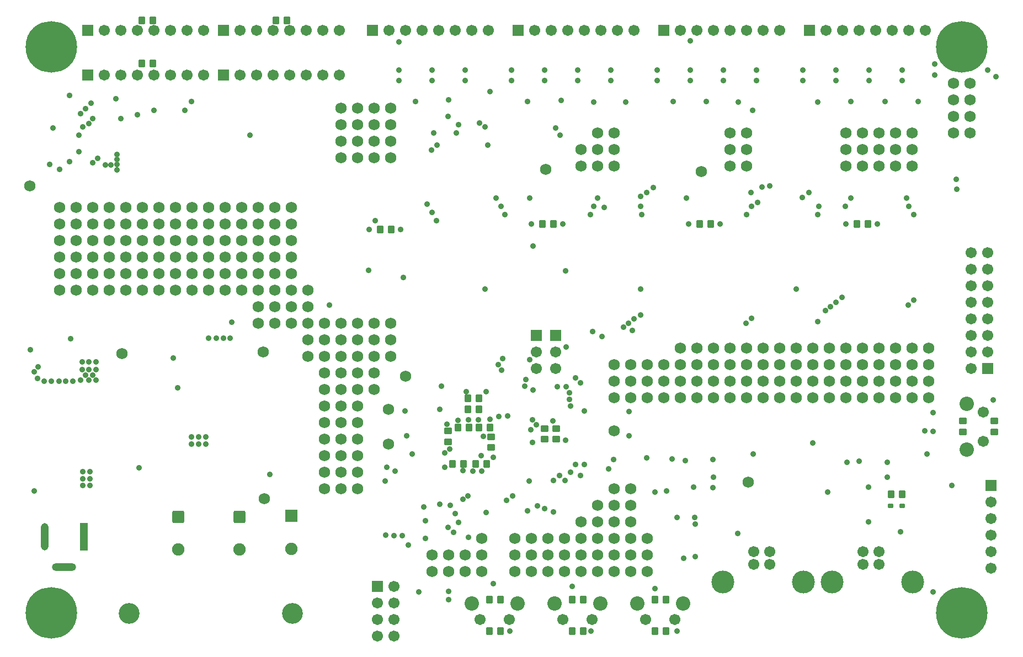
<source format=gbs>
G04 Layer_Color=16711935*
%FSLAX23Y23*%
%MOIN*%
G70*
G01*
G75*
G04:AMPARAMS|DCode=81|XSize=47mil|YSize=43mil|CornerRadius=8mil|HoleSize=0mil|Usage=FLASHONLY|Rotation=270.000|XOffset=0mil|YOffset=0mil|HoleType=Round|Shape=RoundedRectangle|*
%AMROUNDEDRECTD81*
21,1,0.047,0.027,0,0,270.0*
21,1,0.031,0.043,0,0,270.0*
1,1,0.017,-0.013,-0.015*
1,1,0.017,-0.013,0.015*
1,1,0.017,0.013,0.015*
1,1,0.017,0.013,-0.015*
%
%ADD81ROUNDEDRECTD81*%
G04:AMPARAMS|DCode=82|XSize=47mil|YSize=43mil|CornerRadius=8mil|HoleSize=0mil|Usage=FLASHONLY|Rotation=180.000|XOffset=0mil|YOffset=0mil|HoleType=Round|Shape=RoundedRectangle|*
%AMROUNDEDRECTD82*
21,1,0.047,0.027,0,0,180.0*
21,1,0.031,0.043,0,0,180.0*
1,1,0.017,-0.015,0.013*
1,1,0.017,0.015,0.013*
1,1,0.017,0.015,-0.013*
1,1,0.017,-0.015,-0.013*
%
%ADD82ROUNDEDRECTD82*%
G04:AMPARAMS|DCode=84|XSize=34mil|YSize=28mil|CornerRadius=6mil|HoleSize=0mil|Usage=FLASHONLY|Rotation=180.000|XOffset=0mil|YOffset=0mil|HoleType=Round|Shape=RoundedRectangle|*
%AMROUNDEDRECTD84*
21,1,0.034,0.016,0,0,180.0*
21,1,0.022,0.028,0,0,180.0*
1,1,0.012,-0.011,0.008*
1,1,0.012,0.011,0.008*
1,1,0.012,0.011,-0.008*
1,1,0.012,-0.011,-0.008*
%
%ADD84ROUNDEDRECTD84*%
%ADD102C,0.068*%
%ADD103C,0.067*%
%ADD104R,0.067X0.067*%
%ADD105C,0.087*%
%ADD106R,0.047X0.165*%
%ADD107O,0.047X0.165*%
%ADD108O,0.146X0.047*%
%ADD109R,0.067X0.067*%
%ADD110C,0.138*%
%ADD111C,0.126*%
%ADD112C,0.075*%
%ADD113R,0.075X0.075*%
G04:AMPARAMS|DCode=114|XSize=75mil|YSize=75mil|CornerRadius=12mil|HoleSize=0mil|Usage=FLASHONLY|Rotation=270.000|XOffset=0mil|YOffset=0mil|HoleType=Round|Shape=RoundedRectangle|*
%AMROUNDEDRECTD114*
21,1,0.075,0.050,0,0,270.0*
21,1,0.050,0.075,0,0,270.0*
1,1,0.025,-0.025,-0.025*
1,1,0.025,-0.025,0.025*
1,1,0.025,0.025,0.025*
1,1,0.025,0.025,-0.025*
%
%ADD114ROUNDEDRECTD114*%
%ADD115C,0.075*%
%ADD116C,0.311*%
%ADD117C,0.036*%
D81*
X3963Y140D02*
D03*
X3896D02*
D03*
X3463D02*
D03*
X3396D02*
D03*
X2963D02*
D03*
X2896D02*
D03*
X3963Y330D02*
D03*
X3896D02*
D03*
X3463D02*
D03*
X3396D02*
D03*
X2963D02*
D03*
X2896D02*
D03*
X5322Y965D02*
D03*
X5388D02*
D03*
X2767Y1545D02*
D03*
X2833D02*
D03*
X2237Y2565D02*
D03*
X2303D02*
D03*
X3217Y2600D02*
D03*
X3283D02*
D03*
X4167D02*
D03*
X4233D02*
D03*
X5117D02*
D03*
X5183D02*
D03*
X2767Y1480D02*
D03*
X2833D02*
D03*
X2672Y1150D02*
D03*
X2738D02*
D03*
X2878D02*
D03*
X2812D02*
D03*
X2773Y1370D02*
D03*
X2707D02*
D03*
X2832D02*
D03*
X2898D02*
D03*
X863Y3830D02*
D03*
X797D02*
D03*
X863Y3570D02*
D03*
X797D02*
D03*
X1673Y3830D02*
D03*
X1607D02*
D03*
D82*
X5945Y1408D02*
D03*
Y1341D02*
D03*
X5755Y1408D02*
D03*
Y1341D02*
D03*
X2905Y1247D02*
D03*
Y1313D02*
D03*
X2645Y1282D02*
D03*
Y1348D02*
D03*
X3300Y1297D02*
D03*
Y1363D02*
D03*
X3230Y1297D02*
D03*
Y1363D02*
D03*
D84*
X5320Y895D02*
D03*
X5390D02*
D03*
D102*
X120Y2830D02*
D03*
X2285Y1270D02*
D03*
X1530Y1825D02*
D03*
X675Y1815D02*
D03*
X1535Y940D02*
D03*
X4175Y2915D02*
D03*
X4460Y1040D02*
D03*
X2390Y1680D02*
D03*
X2285Y1480D02*
D03*
X3235Y2930D02*
D03*
X3650Y1350D02*
D03*
X300Y2700D02*
D03*
Y2600D02*
D03*
Y2500D02*
D03*
Y2400D02*
D03*
Y2300D02*
D03*
Y2200D02*
D03*
X400D02*
D03*
Y2300D02*
D03*
Y2400D02*
D03*
Y2500D02*
D03*
Y2600D02*
D03*
Y2700D02*
D03*
X500Y2200D02*
D03*
Y2300D02*
D03*
Y2400D02*
D03*
Y2500D02*
D03*
Y2600D02*
D03*
Y2700D02*
D03*
X600Y2200D02*
D03*
Y2300D02*
D03*
Y2400D02*
D03*
Y2500D02*
D03*
Y2600D02*
D03*
Y2700D02*
D03*
X700Y2200D02*
D03*
Y2300D02*
D03*
Y2400D02*
D03*
Y2500D02*
D03*
Y2600D02*
D03*
Y2700D02*
D03*
X800Y2200D02*
D03*
Y2300D02*
D03*
Y2400D02*
D03*
Y2500D02*
D03*
Y2600D02*
D03*
Y2700D02*
D03*
X900Y2200D02*
D03*
Y2300D02*
D03*
Y2400D02*
D03*
Y2500D02*
D03*
Y2600D02*
D03*
Y2700D02*
D03*
X1000Y2200D02*
D03*
Y2300D02*
D03*
Y2400D02*
D03*
Y2500D02*
D03*
Y2600D02*
D03*
Y2700D02*
D03*
X1100Y2200D02*
D03*
Y2300D02*
D03*
Y2400D02*
D03*
Y2500D02*
D03*
Y2600D02*
D03*
Y2700D02*
D03*
X1200Y2200D02*
D03*
Y2300D02*
D03*
Y2400D02*
D03*
Y2500D02*
D03*
Y2600D02*
D03*
Y2700D02*
D03*
X1300Y2200D02*
D03*
Y2300D02*
D03*
Y2400D02*
D03*
Y2500D02*
D03*
Y2600D02*
D03*
Y2700D02*
D03*
X1400Y2200D02*
D03*
Y2300D02*
D03*
Y2400D02*
D03*
Y2500D02*
D03*
Y2600D02*
D03*
Y2700D02*
D03*
X1500Y2200D02*
D03*
Y2300D02*
D03*
Y2400D02*
D03*
Y2500D02*
D03*
Y2600D02*
D03*
Y2700D02*
D03*
X1600Y2200D02*
D03*
Y2300D02*
D03*
Y2400D02*
D03*
Y2500D02*
D03*
Y2600D02*
D03*
Y2700D02*
D03*
X1700Y2200D02*
D03*
Y2300D02*
D03*
Y2400D02*
D03*
Y2500D02*
D03*
Y2600D02*
D03*
Y2700D02*
D03*
X2000Y3300D02*
D03*
X2100D02*
D03*
X2000Y3200D02*
D03*
X2100D02*
D03*
Y3100D02*
D03*
X2000D02*
D03*
X2200Y3300D02*
D03*
Y3200D02*
D03*
Y3100D02*
D03*
X2000Y3000D02*
D03*
X2100D02*
D03*
X2200D02*
D03*
X2300Y3300D02*
D03*
Y3200D02*
D03*
Y3100D02*
D03*
Y3000D02*
D03*
X3450Y3050D02*
D03*
Y2950D02*
D03*
X3550D02*
D03*
Y3050D02*
D03*
Y3150D02*
D03*
X3650D02*
D03*
Y3050D02*
D03*
Y2950D02*
D03*
X4350Y3150D02*
D03*
Y3050D02*
D03*
Y2950D02*
D03*
X4450D02*
D03*
Y3050D02*
D03*
Y3150D02*
D03*
X5150D02*
D03*
X5250D02*
D03*
X5350D02*
D03*
X5450D02*
D03*
Y3050D02*
D03*
X5350D02*
D03*
X5250D02*
D03*
X5150D02*
D03*
Y2950D02*
D03*
X5250D02*
D03*
X5350D02*
D03*
X5450D02*
D03*
X3650Y1750D02*
D03*
Y1650D02*
D03*
Y1550D02*
D03*
X3750D02*
D03*
Y1650D02*
D03*
Y1750D02*
D03*
X3850Y1550D02*
D03*
Y1650D02*
D03*
Y1750D02*
D03*
X3950Y1550D02*
D03*
Y1650D02*
D03*
Y1750D02*
D03*
X4050Y1550D02*
D03*
Y1650D02*
D03*
Y1750D02*
D03*
X4150Y1550D02*
D03*
Y1650D02*
D03*
Y1750D02*
D03*
X4250Y1550D02*
D03*
Y1650D02*
D03*
Y1750D02*
D03*
X4350Y1550D02*
D03*
Y1650D02*
D03*
Y1750D02*
D03*
X4750D02*
D03*
Y1650D02*
D03*
Y1550D02*
D03*
X4650Y1750D02*
D03*
Y1650D02*
D03*
Y1550D02*
D03*
X4550Y1750D02*
D03*
Y1650D02*
D03*
Y1550D02*
D03*
X4450Y1750D02*
D03*
Y1650D02*
D03*
Y1550D02*
D03*
X5150Y1750D02*
D03*
Y1650D02*
D03*
Y1550D02*
D03*
X5050Y1750D02*
D03*
Y1650D02*
D03*
Y1550D02*
D03*
X4950Y1750D02*
D03*
Y1650D02*
D03*
Y1550D02*
D03*
X4850Y1750D02*
D03*
Y1650D02*
D03*
Y1550D02*
D03*
X5550Y1750D02*
D03*
Y1650D02*
D03*
X5450Y1750D02*
D03*
Y1650D02*
D03*
Y1550D02*
D03*
X5350Y1750D02*
D03*
Y1650D02*
D03*
Y1550D02*
D03*
X5250Y1750D02*
D03*
Y1650D02*
D03*
Y1550D02*
D03*
Y1850D02*
D03*
X5350D02*
D03*
X5450D02*
D03*
X5550D02*
D03*
X4850D02*
D03*
X4950D02*
D03*
X5050D02*
D03*
X5150D02*
D03*
X4450D02*
D03*
X4550D02*
D03*
X4650D02*
D03*
X4750D02*
D03*
X4350D02*
D03*
X4250D02*
D03*
X4150D02*
D03*
X4050D02*
D03*
X1500Y2100D02*
D03*
Y2000D02*
D03*
X1600D02*
D03*
Y2100D02*
D03*
X1700D02*
D03*
Y2000D02*
D03*
X1800D02*
D03*
Y2100D02*
D03*
Y2200D02*
D03*
Y1900D02*
D03*
Y1800D02*
D03*
X1900D02*
D03*
Y1900D02*
D03*
Y2000D02*
D03*
X2000D02*
D03*
Y1900D02*
D03*
Y1800D02*
D03*
X2100D02*
D03*
Y1900D02*
D03*
Y2000D02*
D03*
X2200Y1800D02*
D03*
Y1900D02*
D03*
Y2000D02*
D03*
X2300Y1800D02*
D03*
Y1900D02*
D03*
Y2000D02*
D03*
X2200Y1700D02*
D03*
Y1600D02*
D03*
X2100Y1700D02*
D03*
Y1600D02*
D03*
X2000Y1700D02*
D03*
Y1600D02*
D03*
X1900Y1700D02*
D03*
Y1600D02*
D03*
Y1500D02*
D03*
Y1400D02*
D03*
X2000Y1500D02*
D03*
Y1400D02*
D03*
Y1300D02*
D03*
Y1200D02*
D03*
X1900Y1300D02*
D03*
Y1200D02*
D03*
X2100Y1300D02*
D03*
Y1200D02*
D03*
Y1100D02*
D03*
Y1000D02*
D03*
X2000Y1100D02*
D03*
Y1000D02*
D03*
X1900Y1100D02*
D03*
Y1000D02*
D03*
X2100Y1500D02*
D03*
Y1400D02*
D03*
X2550Y600D02*
D03*
Y500D02*
D03*
X2650D02*
D03*
Y600D02*
D03*
X2750D02*
D03*
Y500D02*
D03*
X2850D02*
D03*
Y600D02*
D03*
X3050D02*
D03*
Y500D02*
D03*
Y700D02*
D03*
X3150D02*
D03*
Y500D02*
D03*
Y600D02*
D03*
X3250Y700D02*
D03*
Y500D02*
D03*
Y600D02*
D03*
X3350Y700D02*
D03*
Y500D02*
D03*
Y600D02*
D03*
X3450Y700D02*
D03*
Y500D02*
D03*
Y600D02*
D03*
X3550Y700D02*
D03*
Y500D02*
D03*
Y600D02*
D03*
X3650Y700D02*
D03*
Y500D02*
D03*
Y600D02*
D03*
X3750Y700D02*
D03*
Y500D02*
D03*
Y600D02*
D03*
X3850Y700D02*
D03*
Y500D02*
D03*
Y600D02*
D03*
X3650Y1000D02*
D03*
Y800D02*
D03*
Y900D02*
D03*
X3550Y800D02*
D03*
Y900D02*
D03*
X3450Y800D02*
D03*
X3750Y1000D02*
D03*
Y900D02*
D03*
Y800D02*
D03*
X5050Y3150D02*
D03*
Y3050D02*
D03*
Y2950D02*
D03*
X5700Y3450D02*
D03*
X5800D02*
D03*
Y3350D02*
D03*
X5700D02*
D03*
Y3250D02*
D03*
X5800D02*
D03*
Y3150D02*
D03*
X5700D02*
D03*
X5550Y1550D02*
D03*
X2850Y700D02*
D03*
D103*
X5805Y1925D02*
D03*
Y2025D02*
D03*
Y2125D02*
D03*
Y2225D02*
D03*
Y2325D02*
D03*
Y2425D02*
D03*
X5905Y2225D02*
D03*
Y2125D02*
D03*
Y2025D02*
D03*
Y1925D02*
D03*
Y1825D02*
D03*
Y2325D02*
D03*
Y2425D02*
D03*
X5805Y1725D02*
D03*
Y1825D02*
D03*
X3839Y207D02*
D03*
X4016D02*
D03*
X3339D02*
D03*
X3516D02*
D03*
X2839D02*
D03*
X3016D02*
D03*
X5878Y1284D02*
D03*
Y1461D02*
D03*
X3295Y1725D02*
D03*
Y1825D02*
D03*
X3180Y1725D02*
D03*
Y1825D02*
D03*
X1990Y3770D02*
D03*
X1890D02*
D03*
X1790D02*
D03*
X1690D02*
D03*
X1590D02*
D03*
X1490D02*
D03*
X1390D02*
D03*
X4650D02*
D03*
X4550D02*
D03*
X4450D02*
D03*
X4350D02*
D03*
X4250D02*
D03*
X4150D02*
D03*
X4050D02*
D03*
X1170D02*
D03*
X1070D02*
D03*
X970D02*
D03*
X870D02*
D03*
X770D02*
D03*
X670D02*
D03*
X570D02*
D03*
X3770D02*
D03*
X3670D02*
D03*
X3570D02*
D03*
X3470D02*
D03*
X3370D02*
D03*
X3270D02*
D03*
X3170D02*
D03*
X2220Y310D02*
D03*
Y210D02*
D03*
Y110D02*
D03*
X2320Y410D02*
D03*
Y310D02*
D03*
Y210D02*
D03*
Y110D02*
D03*
X2890Y3770D02*
D03*
X2790D02*
D03*
X2690D02*
D03*
X2590D02*
D03*
X2490D02*
D03*
X2390D02*
D03*
X2290D02*
D03*
X5925Y519D02*
D03*
Y619D02*
D03*
Y719D02*
D03*
Y819D02*
D03*
Y919D02*
D03*
X1990Y3500D02*
D03*
X1890D02*
D03*
X1790D02*
D03*
X1690D02*
D03*
X1590D02*
D03*
X1490D02*
D03*
X1390D02*
D03*
X4590Y620D02*
D03*
X4492D02*
D03*
Y541D02*
D03*
X4590D02*
D03*
X5250Y620D02*
D03*
X5152D02*
D03*
Y541D02*
D03*
X5250D02*
D03*
X1170Y3500D02*
D03*
X1070D02*
D03*
X970D02*
D03*
X870D02*
D03*
X770D02*
D03*
X670D02*
D03*
X570D02*
D03*
X5530Y3770D02*
D03*
X5430D02*
D03*
X5330D02*
D03*
X5230D02*
D03*
X5130D02*
D03*
X5030D02*
D03*
X4930D02*
D03*
D104*
X5905Y1725D02*
D03*
X3295Y1925D02*
D03*
X3180D02*
D03*
X2220Y410D02*
D03*
X5925Y1019D02*
D03*
D105*
X3790Y305D02*
D03*
X4066D02*
D03*
X3290D02*
D03*
X3566D02*
D03*
X2790D02*
D03*
X3066D02*
D03*
X5780Y1235D02*
D03*
Y1511D02*
D03*
D106*
X445Y710D02*
D03*
D107*
X209D02*
D03*
D108*
X327Y525D02*
D03*
D109*
X1290Y3770D02*
D03*
X3950D02*
D03*
X470D02*
D03*
X3070D02*
D03*
X2190D02*
D03*
X1290Y3500D02*
D03*
X470D02*
D03*
X4830Y3770D02*
D03*
D110*
X4304Y435D02*
D03*
X4792D02*
D03*
X4964D02*
D03*
X5452D02*
D03*
D111*
X720Y245D02*
D03*
X1704D02*
D03*
D112*
X1700Y635D02*
D03*
D113*
Y835D02*
D03*
D114*
X1015Y830D02*
D03*
X1385D02*
D03*
D115*
X1015Y633D02*
D03*
X1385D02*
D03*
D116*
X250Y250D02*
D03*
Y3670D02*
D03*
X5750D02*
D03*
Y250D02*
D03*
D117*
X1097Y1268D02*
D03*
Y1312D02*
D03*
X1140Y1268D02*
D03*
Y1312D02*
D03*
X1183Y1268D02*
D03*
Y1312D02*
D03*
X482Y1017D02*
D03*
X438D02*
D03*
X482Y1060D02*
D03*
X438D02*
D03*
X482Y1103D02*
D03*
X438D02*
D03*
X500Y1685D02*
D03*
X455D02*
D03*
X435Y1720D02*
D03*
X780Y1125D02*
D03*
X640Y3355D02*
D03*
X5185Y800D02*
D03*
Y1010D02*
D03*
X3740Y1465D02*
D03*
X3415Y1145D02*
D03*
X3380Y1580D02*
D03*
Y1540D02*
D03*
X3470Y1145D02*
D03*
Y1470D02*
D03*
X3385Y1500D02*
D03*
X3505Y2655D02*
D03*
X3590Y2700D02*
D03*
X3845Y2790D02*
D03*
X3810Y2765D02*
D03*
X3885Y2820D02*
D03*
X4445Y2000D02*
D03*
X5425Y2110D02*
D03*
X5460Y2655D02*
D03*
Y2140D02*
D03*
X3770Y2025D02*
D03*
X4925Y2075D02*
D03*
X5045Y2705D02*
D03*
X3760Y1955D02*
D03*
X300Y2930D02*
D03*
X260Y3180D02*
D03*
X475Y3205D02*
D03*
X500Y3235D02*
D03*
X4130Y1010D02*
D03*
X2658Y897D02*
D03*
X2875Y855D02*
D03*
X2550Y2670D02*
D03*
X2575Y2620D02*
D03*
X2605Y1620D02*
D03*
X2950Y1750D02*
D03*
X2970Y1715D02*
D03*
X3140Y1780D02*
D03*
X3115Y1660D02*
D03*
X415Y3035D02*
D03*
X1340Y2005D02*
D03*
X1330Y1910D02*
D03*
X1290D02*
D03*
X1245D02*
D03*
X1200D02*
D03*
X987Y1787D02*
D03*
X1013Y1608D02*
D03*
X1570Y1085D02*
D03*
X520Y1655D02*
D03*
X475D02*
D03*
Y1720D02*
D03*
X520D02*
D03*
Y1765D02*
D03*
X475D02*
D03*
X365Y1905D02*
D03*
X122Y1837D02*
D03*
X170Y1735D02*
D03*
X145Y1705D02*
D03*
X165Y1665D02*
D03*
X250Y1650D02*
D03*
X205D02*
D03*
X295D02*
D03*
X335D02*
D03*
X380D02*
D03*
X425Y1655D02*
D03*
X435Y1765D02*
D03*
X145Y985D02*
D03*
X4940Y980D02*
D03*
X4850Y1275D02*
D03*
X5380Y740D02*
D03*
X5575Y375D02*
D03*
X4140Y590D02*
D03*
X4395Y730D02*
D03*
X4140Y785D02*
D03*
X4070Y580D02*
D03*
X3155Y1280D02*
D03*
X3283Y1047D02*
D03*
X3352D02*
D03*
X3155Y1415D02*
D03*
X3145Y1355D02*
D03*
X3180Y1385D02*
D03*
X3160Y1595D02*
D03*
X3110Y1620D02*
D03*
X3357Y1293D02*
D03*
X3280Y1410D02*
D03*
X2550Y3530D02*
D03*
X2750D02*
D03*
X3030D02*
D03*
X3230D02*
D03*
X3430D02*
D03*
X3630D02*
D03*
X3910D02*
D03*
X4110D02*
D03*
X4310D02*
D03*
X4508D02*
D03*
X4788D02*
D03*
X4988D02*
D03*
X5188D02*
D03*
X5388D02*
D03*
X2350D02*
D03*
X3810Y2205D02*
D03*
X1930Y2110D02*
D03*
X3160Y2465D02*
D03*
X3355Y2315D02*
D03*
X2375Y2275D02*
D03*
X2165Y2320D02*
D03*
X425Y3265D02*
D03*
X490Y3330D02*
D03*
X360Y3375D02*
D03*
X455Y3295D02*
D03*
X1055Y3285D02*
D03*
X1095Y3340D02*
D03*
X870Y3285D02*
D03*
X770Y3260D02*
D03*
X670Y3235D02*
D03*
X4030Y825D02*
D03*
X5525Y1350D02*
D03*
X500Y2970D02*
D03*
X645Y2990D02*
D03*
Y3020D02*
D03*
Y2960D02*
D03*
X530Y2995D02*
D03*
X360Y2975D02*
D03*
X240Y2960D02*
D03*
X5300Y1070D02*
D03*
X5540Y1210D02*
D03*
X2735Y1110D02*
D03*
X5940Y1534D02*
D03*
X4030Y140D02*
D03*
X3510D02*
D03*
X3020D02*
D03*
X4250Y1070D02*
D03*
X4490Y1210D02*
D03*
X2650Y330D02*
D03*
X440Y3185D02*
D03*
X2170Y2565D02*
D03*
X2360D02*
D03*
X3150Y2600D02*
D03*
X3340D02*
D03*
X4100D02*
D03*
X4290D02*
D03*
X5240D02*
D03*
X2520Y2720D02*
D03*
X3550Y2755D02*
D03*
X2965Y2705D02*
D03*
X2935Y2755D02*
D03*
X2755Y1585D02*
D03*
X2875D02*
D03*
X5050Y2600D02*
D03*
X3360Y1855D02*
D03*
X2975Y1785D02*
D03*
X4245Y1005D02*
D03*
X4135Y825D02*
D03*
X4085Y2755D02*
D03*
X3140D02*
D03*
X2430Y1210D02*
D03*
X5430Y2705D02*
D03*
X4450Y2655D02*
D03*
X4480Y2705D02*
D03*
X4515Y2730D02*
D03*
X2625Y1215D02*
D03*
X2595Y1480D02*
D03*
X3810Y2705D02*
D03*
X4885D02*
D03*
X5080Y2755D02*
D03*
X5720Y2810D02*
D03*
X3035Y955D02*
D03*
X4880Y2655D02*
D03*
X3815D02*
D03*
X3415Y1670D02*
D03*
X3445Y1640D02*
D03*
X3845Y1185D02*
D03*
X3360Y1615D02*
D03*
X3305D02*
D03*
X5575Y1345D02*
D03*
Y1460D02*
D03*
X3740Y1320D02*
D03*
X5905Y3530D02*
D03*
X645Y2925D02*
D03*
X610Y2955D02*
D03*
X575D02*
D03*
X3135Y1045D02*
D03*
X2325Y1105D02*
D03*
X2205Y2620D02*
D03*
X2385Y1470D02*
D03*
X3895Y980D02*
D03*
X3965Y985D02*
D03*
X4080Y1170D02*
D03*
X4245Y1175D02*
D03*
X4000Y1180D02*
D03*
X5130Y1165D02*
D03*
X5055Y1160D02*
D03*
X2990Y2655D02*
D03*
X3525Y2705D02*
D03*
X5415Y2755D02*
D03*
X5300Y1160D02*
D03*
X2920Y1190D02*
D03*
X3645Y1175D02*
D03*
X2500Y890D02*
D03*
X2265Y1045D02*
D03*
X5715Y2870D02*
D03*
X2350Y3465D02*
D03*
X2550Y3465D02*
D03*
X2750D02*
D03*
X3030D02*
D03*
X3230Y3465D02*
D03*
X3430D02*
D03*
X3630Y3465D02*
D03*
X3910D02*
D03*
X4110D02*
D03*
X4310D02*
D03*
X4510Y3465D02*
D03*
X4790D02*
D03*
X4990D02*
D03*
X5190D02*
D03*
X5390D02*
D03*
X2350Y3700D02*
D03*
X2870Y2205D02*
D03*
X2900Y3400D02*
D03*
X2680Y735D02*
D03*
X2645Y765D02*
D03*
X2765Y955D02*
D03*
X2735Y935D02*
D03*
X2270Y720D02*
D03*
X2320Y715D02*
D03*
X2370D02*
D03*
X3125Y865D02*
D03*
X2510Y700D02*
D03*
X2405Y660D02*
D03*
X2470Y375D02*
D03*
X2770Y705D02*
D03*
X2650Y380D02*
D03*
X3185Y895D02*
D03*
X2920Y425D02*
D03*
X3230Y880D02*
D03*
X3395Y410D02*
D03*
X3282Y860D02*
D03*
X3895Y395D02*
D03*
X2580Y3075D02*
D03*
X2545Y3045D02*
D03*
X2650Y3350D02*
D03*
X2695Y3150D02*
D03*
X2560D02*
D03*
X2450Y3340D02*
D03*
X2645Y3250D02*
D03*
X2710Y3200D02*
D03*
X2835Y3210D02*
D03*
X2870Y3185D02*
D03*
X3125Y3340D02*
D03*
X3330Y3345D02*
D03*
X3295Y3180D02*
D03*
X3323Y3135D02*
D03*
X3525Y3335D02*
D03*
X3720D02*
D03*
X4005Y3340D02*
D03*
X4205D02*
D03*
X4110Y3705D02*
D03*
X2596Y904D02*
D03*
X3000Y930D02*
D03*
X2510Y805D02*
D03*
X4543Y2823D02*
D03*
X4590Y2830D02*
D03*
X4400Y3335D02*
D03*
X4485Y3285D02*
D03*
X4785Y2760D02*
D03*
X4475Y2790D02*
D03*
X4825D02*
D03*
X4880Y3335D02*
D03*
X5080Y3340D02*
D03*
X5285D02*
D03*
X5485D02*
D03*
X5585Y3500D02*
D03*
Y3565D02*
D03*
X3575Y1920D02*
D03*
X4480Y2030D02*
D03*
X3520Y1950D02*
D03*
X3810Y2050D02*
D03*
X3735Y1998D02*
D03*
X3705Y1975D02*
D03*
X5025Y2155D02*
D03*
X4955Y2100D02*
D03*
X4990Y2125D02*
D03*
X4880Y2010D02*
D03*
X4750Y2205D02*
D03*
X2860Y1315D02*
D03*
X3005Y1440D02*
D03*
X2951Y1436D02*
D03*
X2898Y1417D02*
D03*
X2850Y1105D02*
D03*
X2795D02*
D03*
X3615Y1120D02*
D03*
X415Y3135D02*
D03*
X2885Y3075D02*
D03*
X5690Y1020D02*
D03*
X2275Y1130D02*
D03*
X2395Y1320D02*
D03*
X1450Y3135D02*
D03*
X2845Y1200D02*
D03*
X2625Y1130D02*
D03*
X2707Y1413D02*
D03*
X2830Y1415D02*
D03*
X2770D02*
D03*
X2640Y1390D02*
D03*
X2655Y1240D02*
D03*
X5955Y3490D02*
D03*
X3320Y1080D02*
D03*
X3445D02*
D03*
X3385Y1100D02*
D03*
X2710Y795D02*
D03*
X2690Y850D02*
D03*
M02*

</source>
